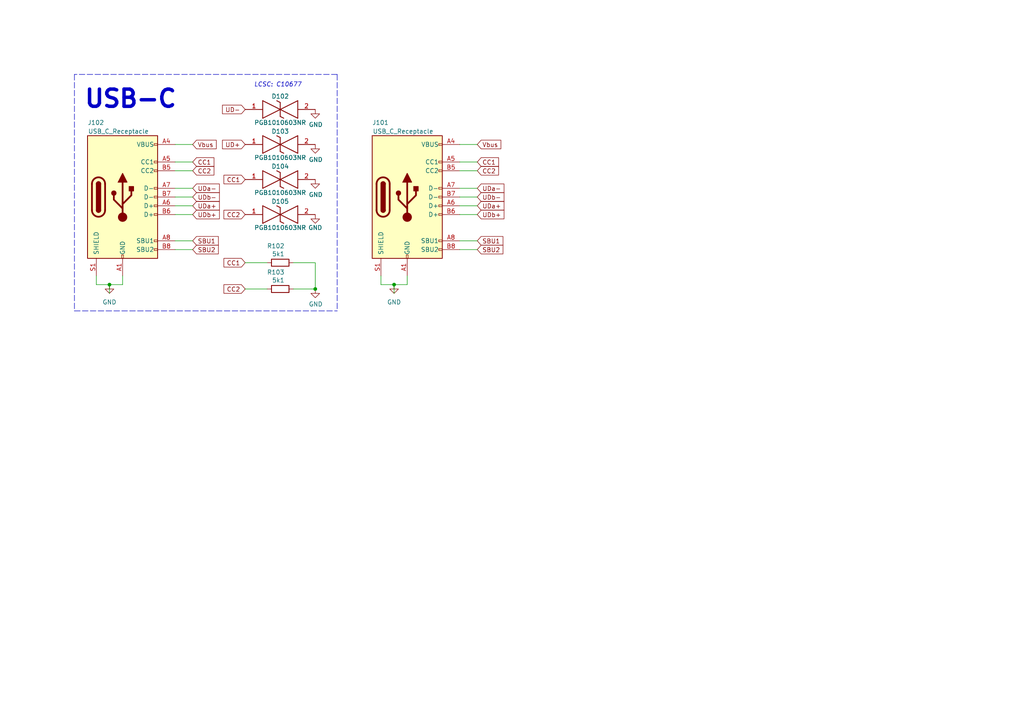
<source format=kicad_sch>
(kicad_sch (version 20211123) (generator eeschema)
  (paper "A4")
  (lib_symbols
    (symbol "Device:R" (pin_numbers hide) (pin_names (offset 0))
      (property "Reference" "R" (at 2.032 0 90))
      (property "Value" "R" (at 0 0 90))
      (symbol "R_0_1"
        (rectangle (start -1.016 -2.54) (end 1.016 2.54) (stroke (width 0.254)))
      )
      (symbol "R_1_1"
        (pin passive line (at 0 3.81 270) (length 1.27) (name "~") (number "1"))
        (pin passive line (at 0 -3.81 90) (length 1.27) (name "~") (number "2"))
      )
    )
    (symbol "New_Library:USB_C_Receptacle" (pin_names (offset 1.016))
      (property "Reference" "J102" (at -10.16 21.59 0))
      (property "Value" "USB_C_Receptacle" (at 7.62 19.05 0))
      (symbol "USB_C_Receptacle_0_0"
        (rectangle (start -0.254 -17.78) (end 0.254 -16.764))
        (rectangle (start 10.16 -14.986) (end 9.144 -15.494))
        (rectangle (start 10.16 -12.446) (end 9.144 -12.954))
        (rectangle (start 10.16 -4.826) (end 9.144 -5.334))
        (rectangle (start 10.16 -2.286) (end 9.144 -2.794))
        (rectangle (start 10.16 0.254) (end 9.144 -0.254))
        (rectangle (start 10.16 2.794) (end 9.144 2.286))
        (rectangle (start 10.16 7.874) (end 9.144 7.366))
        (rectangle (start 10.16 10.414) (end 9.144 9.906))
        (rectangle (start 10.16 15.494) (end 9.144 14.986))
      )
      (symbol "USB_C_Receptacle_0_1"
        (rectangle (start -10.16 17.78) (end 10.16 -17.78) (stroke (width 0.254)) (fill (type background)))
        (arc (start -8.89 -3.81) (mid -6.985 -5.715) (end -5.08 -3.81) (stroke (width 0.508)))
        (arc (start -7.62 -3.81) (mid -6.985 -4.445) (end -6.35 -3.81) (stroke (width 0.254)))
        (arc (start -7.62 -3.81) (mid -6.985 -4.445) (end -6.35 -3.81) (stroke (width 0.254)) (fill (type outline)))
        (rectangle (start -7.62 -3.81) (end -6.35 3.81) (stroke (width 0.254)) (fill (type outline)))
        (arc (start -6.35 3.81) (mid -6.985 4.445) (end -7.62 3.81) (stroke (width 0.254)))
        (arc (start -6.35 3.81) (mid -6.985 4.445) (end -7.62 3.81) (stroke (width 0.254)) (fill (type outline)))
        (arc (start -5.08 3.81) (mid -6.985 5.715) (end -8.89 3.81) (stroke (width 0.508)))
        (circle (center -2.54 1.143) (radius 0.635) (stroke (width 0.254)) (fill (type outline)))
        (circle (center 0 -5.842) (radius 1.27) (fill (type outline)))
        (polyline (pts (xy -8.89 -3.81) (xy -8.89 3.81)) (stroke (width 0.508)))
        (polyline (pts (xy -5.08 3.81) (xy -5.08 -3.81)) (stroke (width 0.508)))
        (polyline (pts (xy 0 -5.842) (xy 0 4.318)) (stroke (width 0.508)))
        (polyline (pts (xy 0 -3.302) (xy -2.54 -0.762) (xy -2.54 0.508)) (stroke (width 0.508)))
        (polyline (pts (xy 0 -2.032) (xy 2.54 0.508) (xy 2.54 1.778)) (stroke (width 0.508)))
        (polyline (pts (xy -1.27 4.318) (xy 0 6.858) (xy 1.27 4.318) (xy -1.27 4.318)) (stroke (width 0.254)) (fill (type outline)))
        (rectangle (start 1.905 1.778) (end 3.175 3.048) (stroke (width 0.254)) (fill (type outline)))
      )
      (symbol "USB_C_Receptacle_1_1"
        (pin passive line (at 0 -22.86 90) (length 5.08) (name "GND") (number "A1"))
        (pin passive line (at 0 -22.86 90) (length 5.08) hide (name "GND") (number "A12"))
        (pin passive line (at 15.24 15.24 180) (length 5.08) (name "VBUS") (number "A4"))
        (pin bidirectional line (at 15.24 10.16 180) (length 5.08) (name "CC1") (number "A5"))
        (pin bidirectional line (at 15.24 -2.54 180) (length 5.08) (name "D+") (number "A6"))
        (pin bidirectional line (at 15.24 2.54 180) (length 5.08) (name "D-") (number "A7"))
        (pin bidirectional line (at 15.24 -12.7 180) (length 5.08) (name "SBU1") (number "A8"))
        (pin passive line (at 15.24 15.24 180) (length 5.08) hide (name "VBUS") (number "A9"))
        (pin bidirectional line (at 15.24 7.62 180) (length 5.08) (name "CC2") (number "B5"))
        (pin bidirectional line (at 15.24 -5.08 180) (length 5.08) (name "D+") (number "B6"))
        (pin bidirectional line (at 15.24 0 180) (length 5.08) (name "D-") (number "B7"))
        (pin bidirectional line (at 15.24 -15.24 180) (length 5.08) (name "SBU2") (number "B8"))
        (pin passive line (at -7.62 -22.86 90) (length 5.08) (name "SHIELD") (number "S1"))
      )
    )
    (symbol "PGB1010603NR:PGB1010603NR" (pin_names hide)
      (property "Value" "PGB1010603NR" (at 10.16 -6.35 0))
      (property "Reference_1" "D" (at 12.7 8.89 0))
      (property "Value_1" "PGB1010603NR" (at 12.7 6.35 0))
      (symbol "PGB1010603NR_1_1"
        (polyline (pts (xy 5.08 2.54) (xy 5.08 -2.54)) (stroke (width 0.254)))
        (polyline (pts (xy 5.08 2.54) (xy 10.16 0)) (stroke (width 0.254)))
        (polyline (pts (xy 9.144 2.54) (xy 10.16 2.032)) (stroke (width 0.254)))
        (polyline (pts (xy 10.16 -2.032) (xy 10.16 2.032)) (stroke (width 0.254)))
        (polyline (pts (xy 10.16 -2.032) (xy 11.176 -2.54)) (stroke (width 0.254)))
        (polyline (pts (xy 10.16 0) (xy 5.08 -2.54)) (stroke (width 0.254)))
        (polyline (pts (xy 10.16 0) (xy 15.24 -2.54)) (stroke (width 0.254)))
        (polyline (pts (xy 15.24 2.54) (xy 10.16 0)) (stroke (width 0.254)))
        (polyline (pts (xy 15.24 2.54) (xy 15.24 -2.54)) (stroke (width 0.254)))
        (pin passive line (at 0 0 0) (length 5.08) (name "1") (number "1"))
        (pin passive line (at 20.32 0 180) (length 5.08) (name "2") (number "2"))
      )
    )
    (symbol "power:GND" (power) (pin_names (offset 0))
      (property "Value" "GND" (at 0 -3.81 0))
      (symbol "GND_0_1"
        (polyline (pts (xy 0 0) (xy 0 -1.27) (xy 1.27 -1.27) (xy 0 -2.54) (xy -1.27 -1.27) (xy 0 -1.27)))
      )
      (symbol "GND_1_1"
        (pin power_in line (at 0 0 270) (length 0) hide (name "GND") (number "1"))
      )
    )
  )
  (junction (at 91.44 83.82))
  (junction (at 114.3 82.55))
  (junction (at 31.75 82.55))
  (wire (pts (xy 133.35 41.91) (xy 138.43 41.91)))
  (wire (pts (xy 110.49 80.01) (xy 110.49 82.55)))
  (wire (pts (xy 31.75 82.55) (xy 31.75 85.09)))
  (wire (pts (xy 133.35 69.85) (xy 138.43 69.85)))
  (wire (pts (xy 50.8 41.91) (xy 55.88 41.91)))
  (wire (pts (xy 133.35 54.61) (xy 138.43 54.61)))
  (wire (pts (xy 85.09 76.2) (xy 91.44 76.2)))
  (wire (pts (xy 50.8 69.85) (xy 55.88 69.85)))
  (wire (pts (xy 35.56 80.01) (xy 35.56 82.55)))
  (wire (pts (xy 91.44 76.2) (xy 91.44 83.82)))
  (polyline (pts (xy 21.59 90.17) (xy 97.79 90.17)))
  (wire (pts (xy 27.94 80.01) (xy 27.94 82.55)))
  (wire (pts (xy 133.35 72.39) (xy 138.43 72.39)))
  (wire (pts (xy 50.8 46.99) (xy 55.88 46.99)))
  (wire (pts (xy 133.35 59.69) (xy 138.43 59.69)))
  (wire (pts (xy 27.94 82.55) (xy 31.75 82.55)))
  (wire (pts (xy 50.8 49.53) (xy 55.88 49.53)))
  (polyline (pts (xy 21.59 21.59) (xy 21.59 90.17)))
  (wire (pts (xy 85.09 83.82) (xy 91.44 83.82)))
  (polyline (pts (xy 97.79 21.59) (xy 97.79 90.17)))
  (wire (pts (xy 114.3 82.55) (xy 118.11 82.55)))
  (wire (pts (xy 50.8 57.15) (xy 55.88 57.15)))
  (polyline (pts (xy 97.79 21.59) (xy 21.59 21.59)))
  (wire (pts (xy 110.49 82.55) (xy 114.3 82.55)))
  (wire (pts (xy 50.8 59.69) (xy 55.88 59.69)))
  (wire (pts (xy 50.8 54.61) (xy 55.88 54.61)))
  (wire (pts (xy 133.35 46.99) (xy 138.43 46.99)))
  (wire (pts (xy 133.35 62.23) (xy 138.43 62.23)))
  (wire (pts (xy 50.8 72.39) (xy 55.88 72.39)))
  (wire (pts (xy 133.35 49.53) (xy 138.43 49.53)))
  (wire (pts (xy 71.12 83.82) (xy 77.47 83.82)))
  (wire (pts (xy 114.3 82.55) (xy 114.3 85.09)))
  (wire (pts (xy 50.8 62.23) (xy 55.88 62.23)))
  (wire (pts (xy 133.35 57.15) (xy 138.43 57.15)))
  (wire (pts (xy 71.12 76.2) (xy 77.47 76.2)))
  (wire (pts (xy 118.11 80.01) (xy 118.11 82.55)))
  (wire (pts (xy 31.75 82.55) (xy 35.56 82.55)))
  (text "LCSC: C10677" (at 73.66 25.4 0) (effects (font (size 1.27 1.27) italic) (justify left bottom)))
  (text "USB-C" (at 24.13 31.75 0) (effects (font (size 5 5) (thickness 1) bold) (justify left bottom)))
  (global_label "Vbus" (shape input) (at 138.43 41.91 0) (property "Intersheet References" "${INTERSHEET_REFS}" (effects hide)))
  (global_label "CC1" (shape input) (at 71.12 52.07 180) (property "Intersheet References" "${INTERSHEET_REFS}" (effects hide)))
  (global_label "Vbus" (shape input) (at 55.88 41.91 0) (property "Intersheet References" "${INTERSHEET_REFS}" (effects hide)))
  (global_label "CC1" (shape input) (at 71.12 76.2 180) (property "Intersheet References" "${INTERSHEET_REFS}" (effects hide)))
  (global_label "UD+" (shape input) (at 71.12 41.91 180) (property "Intersheet References" "${INTERSHEET_REFS}" (effects hide)))
  (global_label "CC2" (shape input) (at 71.12 62.23 180) (property "Intersheet References" "${INTERSHEET_REFS}" (effects hide)))
  (global_label "SBU1" (shape input) (at 55.88 69.85 0) (property "Intersheet References" "${INTERSHEET_REFS}" (effects hide)))
  (global_label "CC2" (shape input) (at 138.43 49.53 0) (property "Intersheet References" "${INTERSHEET_REFS}" (effects hide)))
  (global_label "UDb+" (shape input) (at 138.43 62.23 0) (property "Intersheet References" "${INTERSHEET_REFS}" (effects hide)))
  (global_label "UD-" (shape input) (at 71.12 31.75 180) (property "Intersheet References" "${INTERSHEET_REFS}" (effects hide)))
  (global_label "UDa-" (shape input) (at 138.43 54.61 0) (property "Intersheet References" "${INTERSHEET_REFS}" (effects hide)))
  (global_label "UDb+" (shape input) (at 55.88 62.23 0) (property "Intersheet References" "${INTERSHEET_REFS}" (effects hide)))
  (global_label "CC2" (shape input) (at 55.88 49.53 0) (property "Intersheet References" "${INTERSHEET_REFS}" (effects hide)))
  (global_label "UDa+" (shape input) (at 55.88 59.69 0) (property "Intersheet References" "${INTERSHEET_REFS}" (effects hide)))
  (global_label "UDa+" (shape input) (at 138.43 59.69 0) (property "Intersheet References" "${INTERSHEET_REFS}" (effects hide)))
  (global_label "UDb-" (shape input) (at 55.88 57.15 0) (property "Intersheet References" "${INTERSHEET_REFS}" (effects hide)))
  (global_label "UDa-" (shape input) (at 55.88 54.61 0) (property "Intersheet References" "${INTERSHEET_REFS}" (effects hide)))
  (global_label "SBU2" (shape input) (at 55.88 72.39 0) (property "Intersheet References" "${INTERSHEET_REFS}" (effects hide)))
  (global_label "CC1" (shape input) (at 55.88 46.99 0) (property "Intersheet References" "${INTERSHEET_REFS}" (effects hide)))
  (global_label "CC2" (shape input) (at 71.12 83.82 180) (property "Intersheet References" "${INTERSHEET_REFS}" (effects hide)))
  (global_label "SBU1" (shape input) (at 138.43 69.85 0) (property "Intersheet References" "${INTERSHEET_REFS}" (effects hide)))
  (global_label "UDb-" (shape input) (at 138.43 57.15 0) (property "Intersheet References" "${INTERSHEET_REFS}" (effects hide)))
  (global_label "CC1" (shape input) (at 138.43 46.99 0) (property "Intersheet References" "${INTERSHEET_REFS}" (effects hide)))
  (global_label "SBU2" (shape input) (at 138.43 72.39 0) (property "Intersheet References" "${INTERSHEET_REFS}" (effects hide)))
  (symbol (lib_id "power:GND") (at 91.44 41.91 0) (unit 1)
    (property "Reference" "#PWR0103" (effects hide))
    (property "Value" "GND" (at 91.567 46.3042 0))
  )
  (symbol (lib_id "Device:R") (at 81.28 76.2 90) (unit 1) (in_bom no) (on_board no)
    (property "Reference" "R102" (at 82.55 71.3486 90) (effects (justify left)))
    (property "Value" "5k1" (at 82.55 73.66 90) (effects (justify left)))
    (property "Footprint" "Resistor_SMD:R_0603_1608Metric" (effects hide))
  )
  (symbol (lib_id "PGB1010603NR:PGB1010603NR") (at 71.12 31.75 0) (unit 1) (in_bom no) (on_board no)
    (property "Reference" "D102" (at 81.28 27.94 0))
    (property "Value" "PGB1010603NR" (at 81.28 35.56 0))
    (property "Footprint" "tinker:PGB1010603NRHF" (effects hide))
    (property "Reference_1" "D" (effects hide))
    (property "Value_1" "PGB1010603NR" (effects hide))
    (property "Footprint_1" "PGB1010603NRHF" (effects hide))
    (property "Datasheet_1" "https://www.littelfuse.com/data/en/data_sheets/littelfuse_pulseguard-esd_pgb1.pdf" (effects hide))
    (property "Height" "0.36" (effects hide))
    (property "Manufacturer_Name" "LITTELFUSE" (effects hide))
    (property "Manufacturer_Part_Number" "PGB1010603NR" (effects hide))
    (property "Mouser Part Number" "576-PGB1010603NR" (effects hide))
    (property "Mouser Price/Stock" "https://www.mouser.co.uk/ProductDetail/Littelfuse/PGB1010603NR?qs=gu7KAQ731UTJOoBJUwB8FA%3D%3D" (effects hide))
    (property "Arrow Part Number" "PGB1010603NR" (effects hide))
    (property "Arrow Price/Stock" "https://www.arrow.com/en/products/pgb1010603nr/littelfuse?region=nac" (effects hide))
    (property "LCSC" "C10677" (effects hide))
    (property "DigiKey" "F3591CT-ND" (effects hide))
  )
  (symbol (lib_id "PGB1010603NR:PGB1010603NR") (at 71.12 62.23 0) (unit 1) (in_bom no) (on_board no)
    (property "Reference" "D105" (at 81.28 58.42 0))
    (property "Value" "PGB1010603NR" (at 81.28 66.04 0))
    (property "Footprint" "tinker:PGB1010603NRHF" (effects hide))
    (property "Reference_1" "D" (effects hide))
    (property "Value_1" "PGB1010603NR" (effects hide))
    (property "Footprint_1" "PGB1010603NRHF" (effects hide))
    (property "Datasheet_1" "https://www.littelfuse.com/data/en/data_sheets/littelfuse_pulseguard-esd_pgb1.pdf" (effects hide))
    (property "Height" "0.36" (effects hide))
    (property "Manufacturer_Name" "LITTELFUSE" (effects hide))
    (property "Manufacturer_Part_Number" "PGB1010603NR" (effects hide))
    (property "Mouser Part Number" "576-PGB1010603NR" (effects hide))
    (property "Mouser Price/Stock" "https://www.mouser.co.uk/ProductDetail/Littelfuse/PGB1010603NR?qs=gu7KAQ731UTJOoBJUwB8FA%3D%3D" (effects hide))
    (property "Arrow Part Number" "PGB1010603NR" (effects hide))
    (property "Arrow Price/Stock" "https://www.arrow.com/en/products/pgb1010603nr/littelfuse?region=nac" (effects hide))
    (property "LCSC" "C10677" (effects hide))
    (property "DigiKey" "F3591CT-ND" (effects hide))
  )
  (symbol (lib_id "power:GND") (at 114.3 82.55 0) (unit 1)
    (property "Reference" "#PWR0101" (effects hide))
    (property "Value" "GND" (at 114.3 87.63 0))
  )
  (symbol (lib_id "power:GND") (at 31.75 82.55 0) (unit 1)
    (property "Reference" "#PWR0106" (effects hide))
    (property "Value" "GND" (at 31.75 87.63 0))
  )
  (symbol (lib_id "New_Library:USB_C_Receptacle") (at 118.11 57.15 0) (unit 1)
    (property "Reference" "J101" (at 107.95 35.56 0) (effects (justify left)))
    (property "Value" "USB_C_Receptacle" (at 125.73 38.1 0) (effects (justify right)))
    (property "Footprint" "tinker:USB_C_Receptacle_HRO_TYPE-C-NARROW" (effects hide))
    (property "Datasheet" "https://www.usb.org/sites/default/files/documents/usb_type-c.zip" (effects hide))
    (property "LCSC" "C2765186" (effects hide))
  )
  (symbol (lib_id "PGB1010603NR:PGB1010603NR") (at 71.12 41.91 0) (unit 1) (in_bom no) (on_board no)
    (property "Reference" "D103" (at 81.28 38.1 0))
    (property "Value" "PGB1010603NR" (at 81.28 45.72 0))
    (property "Footprint" "tinker:PGB1010603NRHF" (effects hide))
    (property "Reference_1" "D" (effects hide))
    (property "Value_1" "PGB1010603NR" (effects hide))
    (property "Footprint_1" "PGB1010603NRHF" (effects hide))
    (property "Datasheet_1" "https://www.littelfuse.com/data/en/data_sheets/littelfuse_pulseguard-esd_pgb1.pdf" (effects hide))
    (property "Height" "0.36" (effects hide))
    (property "Manufacturer_Name" "LITTELFUSE" (effects hide))
    (property "Manufacturer_Part_Number" "PGB1010603NR" (effects hide))
    (property "Mouser Part Number" "576-PGB1010603NR" (effects hide))
    (property "Mouser Price/Stock" "https://www.mouser.co.uk/ProductDetail/Littelfuse/PGB1010603NR?qs=gu7KAQ731UTJOoBJUwB8FA%3D%3D" (effects hide))
    (property "Arrow Part Number" "PGB1010603NR" (effects hide))
    (property "Arrow Price/Stock" "https://www.arrow.com/en/products/pgb1010603nr/littelfuse?region=nac" (effects hide))
    (property "LCSC" "C10677" (effects hide))
    (property "DigiKey" "F3591CT-ND" (effects hide))
  )
  (symbol (lib_id "PGB1010603NR:PGB1010603NR") (at 71.12 52.07 0) (unit 1) (in_bom no) (on_board no)
    (property "Reference" "D104" (at 81.28 48.26 0))
    (property "Value" "PGB1010603NR" (at 81.28 55.88 0))
    (property "Footprint" "tinker:PGB1010603NRHF" (effects hide))
    (property "Reference_1" "D" (effects hide))
    (property "Value_1" "PGB1010603NR" (effects hide))
    (property "Footprint_1" "PGB1010603NRHF" (effects hide))
    (property "Datasheet_1" "https://www.littelfuse.com/data/en/data_sheets/littelfuse_pulseguard-esd_pgb1.pdf" (effects hide))
    (property "Height" "0.36" (effects hide))
    (property "Manufacturer_Name" "LITTELFUSE" (effects hide))
    (property "Manufacturer_Part_Number" "PGB1010603NR" (effects hide))
    (property "Mouser Part Number" "576-PGB1010603NR" (effects hide))
    (property "Mouser Price/Stock" "https://www.mouser.co.uk/ProductDetail/Littelfuse/PGB1010603NR?qs=gu7KAQ731UTJOoBJUwB8FA%3D%3D" (effects hide))
    (property "Arrow Part Number" "PGB1010603NR" (effects hide))
    (property "Arrow Price/Stock" "https://www.arrow.com/en/products/pgb1010603nr/littelfuse?region=nac" (effects hide))
    (property "LCSC" "C10677" (effects hide))
    (property "DigiKey" "F3591CT-ND" (effects hide))
  )
  (symbol (lib_id "New_Library:USB_C_Receptacle") (at 35.56 57.15 0) (unit 1)
    (property "Reference" "J102" (at 25.4 35.56 0) (effects (justify left)))
    (property "Value" "USB_C_Receptacle" (at 43.18 38.1 0) (effects (justify right)))
    (property "Footprint" "tinker:USB_C_Receptacle_HRO_TYPE-C-NARROW" (effects hide))
    (property "Datasheet" "https://www.usb.org/sites/default/files/documents/usb_type-c.zip" (effects hide))
    (property "LCSC" "C2765186" (effects hide))
  )
  (symbol (lib_id "Device:R") (at 81.28 83.82 90) (unit 1) (in_bom no) (on_board no)
    (property "Reference" "R103" (at 82.55 78.9686 90) (effects (justify left)))
    (property "Value" "5k1" (at 82.55 81.28 90) (effects (justify left)))
    (property "Footprint" "Resistor_SMD:R_0603_1608Metric" (effects hide))
  )
  (symbol (lib_id "power:GND") (at 91.44 52.07 0) (unit 1)
    (property "Reference" "#PWR0104" (effects hide))
    (property "Value" "GND" (at 91.567 56.4642 0))
  )
  (symbol (lib_id "power:GND") (at 91.44 83.82 0) (unit 1)
    (property "Reference" "#PWR0107" (effects hide))
    (property "Value" "GND" (at 91.567 88.2142 0))
  )
  (symbol (lib_id "power:GND") (at 91.44 62.23 0) (unit 1)
    (property "Reference" "#PWR0105" (effects hide))
    (property "Value" "GND" (at 91.44 66.04 0))
  )
  (symbol (lib_id "power:GND") (at 91.44 31.75 0) (unit 1)
    (property "Reference" "#PWR0102" (effects hide))
    (property "Value" "GND" (at 91.567 36.1442 0))
  )
)
</source>
